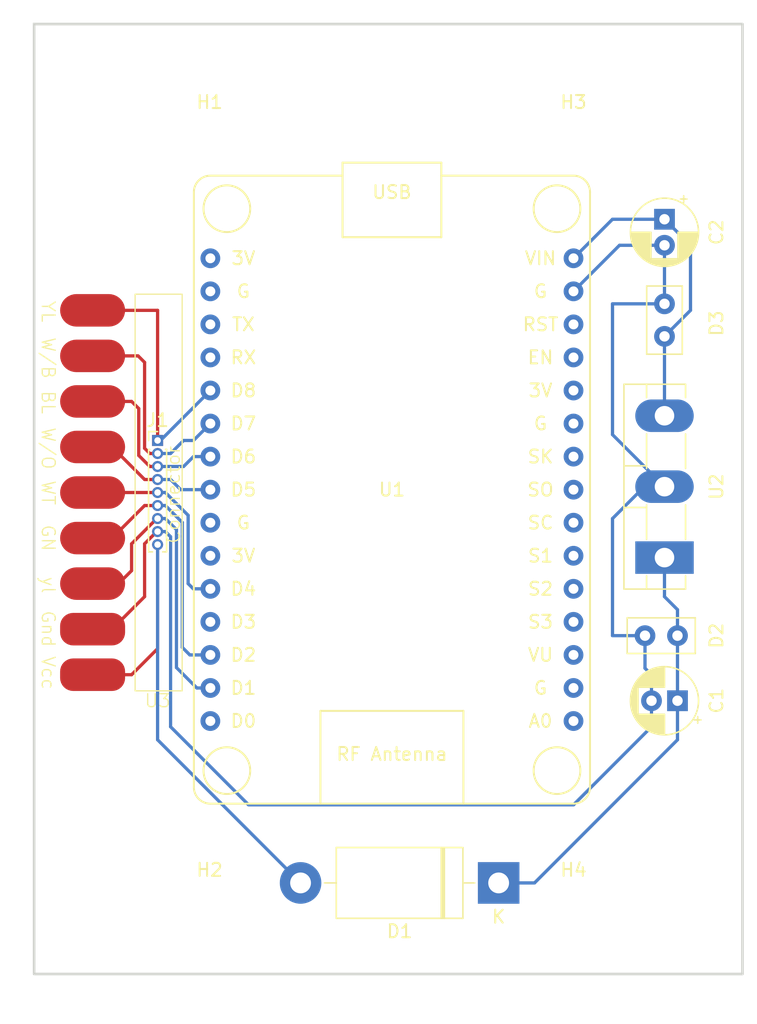
<source format=kicad_pcb>
(kicad_pcb (version 20221018) (generator pcbnew)
  (layers (0 "F.Cu" signal) (31 "B.Cu" signal) (34 "B.Paste" user) (35 "F.Paste" user) (36 "B.SilkS" user "B.Silkscreen") (37 "F.SilkS" user "F.Silkscreen") (38 "B.Mask" user) (39 "F.Mask" user) (44 "Edge.Cuts" user))
  (net 0 "")
  (net 1 "D8-Yellow")
  (net 2 "D6-Blue")
  (net 3 "StereoOut")
  (net 4 "VinCar")
  (net 5 "D5-White{slash}Orange")
  (net 6 "D4-White")
  (net 7 "Gnd")
  (net 8 "D2Green")
  (net 9 "D7-WhiteBrown")
  (footprint "MountingHole:MountingHole_5.5mm" (layer "F.Cu") (at 129 48)
    (fp_text reference "H1" (at 7 0) (layer "F.SilkS"))
    (fp_text value "MountingHole")
    (pad "" np_thru_hole circle (at 0 0) (size 5.5 5.5) (drill 5.5) (layers "B.Cu" "B.Mask"))
  )
  (footprint "MountingHole:MountingHole_5.5mm" (layer "F.Cu") (at 171 107)
    (fp_text reference "H4" (at -7 0) (layer "F.SilkS"))
    (fp_text value "MountingHole")
    (pad "" np_thru_hole circle (at 0 0) (size 5.5 5.5) (drill 5.5) (layers "B.Cu" "B.Mask"))
  )
  (footprint "Capacitor_THT:CP_Radial_D5.0mm_P2.00mm" (layer "F.Cu") (at 171 57 -90)
    (fp_text reference "C2" (at 1 -4 90) (layer "F.SilkS"))
    (fp_text value "C_Polarized")
    (fp_line (start -1.804775 -1.475) (end -1.304775 -1.475) (stroke (width 0.12)) (layer "F.SilkS"))
    (fp_line (start -1.554775 -1.725) (end -1.554775 -1.225) (stroke (width 0.12)) (layer "F.SilkS"))
    (fp_line (start 1 -2.58) (end 1 -1.04) (stroke (width 0.12)) (layer "F.SilkS"))
    (fp_line (start 1 1.04) (end 1 2.58) (stroke (width 0.12)) (layer "F.SilkS"))
    (fp_line (start 1.04 -2.58) (end 1.04 -1.04) (stroke (width 0.12)) (layer "F.SilkS"))
    (fp_line (start 1.04 1.04) (end 1.04 2.58) (stroke (width 0.12)) (layer "F.SilkS"))
    (fp_line (start 1.08 -2.579) (end 1.08 -1.04) (stroke (width 0.12)) (layer "F.SilkS"))
    (fp_line (start 1.08 1.04) (end 1.08 2.579) (stroke (width 0.12)) (layer "F.SilkS"))
    (fp_line (start 1.12 -2.578) (end 1.12 -1.04) (stroke (width 0.12)) (layer "F.SilkS"))
    (fp_line (start 1.12 1.04) (end 1.12 2.578) (stroke (width 0.12)) (layer "F.SilkS"))
    (fp_line (start 1.16 -2.576) (end 1.16 -1.04) (stroke (width 0.12)) (layer "F.SilkS"))
    (fp_line (start 1.16 1.04) (end 1.16 2.576) (stroke (width 0.12)) (layer "F.SilkS"))
    (fp_line (start 1.2 -2.573) (end 1.2 -1.04) (stroke (width 0.12)) (layer "F.SilkS"))
    (fp_line (start 1.2 1.04) (end 1.2 2.573) (stroke (width 0.12)) (layer "F.SilkS"))
    (fp_line (start 1.24 -2.569) (end 1.24 -1.04) (stroke (width 0.12)) (layer "F.SilkS"))
    (fp_line (start 1.24 1.04) (end 1.24 2.569) (stroke (width 0.12)) (layer "F.SilkS"))
    (fp_line (start 1.28 -2.565) (end 1.28 -1.04) (stroke (width 0.12)) (layer "F.SilkS"))
    (fp_line (start 1.28 1.04) (end 1.28 2.565) (stroke (width 0.12)) (layer "F.SilkS"))
    (fp_line (start 1.32 -2.561) (end 1.32 -1.04) (stroke (width 0.12)) (layer "F.SilkS"))
    (fp_line (start 1.32 1.04) (end 1.32 2.561) (stroke (width 0.12)) (layer "F.SilkS"))
    (fp_line (start 1.36 -2.556) (end 1.36 -1.04) (stroke (width 0.12)) (layer "F.SilkS"))
    (fp_line (start 1.36 1.04) (end 1.36 2.556) (stroke (width 0.12)) (layer "F.SilkS"))
    (fp_line (start 1.4 -2.55) (end 1.4 -1.04) (stroke (width 0.12)) (layer "F.SilkS"))
    (fp_line (start 1.4 1.04) (end 1.4 2.55) (stroke (width 0.12)) (layer "F.SilkS"))
    (fp_line (start 1.44 -2.543) (end 1.44 -1.04) (stroke (width 0.12)) (layer "F.SilkS"))
    (fp_line (start 1.44 1.04) (end 1.44 2.543) (stroke (width 0.12)) (layer "F.SilkS"))
    (fp_line (start 1.48 -2.536) (end 1.48 -1.04) (stroke (width 0.12)) (layer "F.SilkS"))
    (fp_line (start 1.48 1.04) (end 1.48 2.536) (stroke (width 0.12)) (layer "F.SilkS"))
    (fp_line (start 1.52 -2.528) (end 1.52 -1.04) (stroke (width 0.12)) (layer "F.SilkS"))
    (fp_line (start 1.52 1.04) (end 1.52 2.528) (stroke (width 0.12)) (layer "F.SilkS"))
    (fp_line (start 1.56 -2.52) (end 1.56 -1.04) (stroke (width 0.12)) (layer "F.SilkS"))
    (fp_line (start 1.56 1.04) (end 1.56 2.52) (stroke (width 0.12)) (layer "F.SilkS"))
    (fp_line (start 1.6 -2.511) (end 1.6 -1.04) (stroke (width 0.12)) (layer "F.SilkS"))
    (fp_line (start 1.6 1.04) (end 1.6 2.511) (stroke (width 0.12)) (layer "F.SilkS"))
    (fp_line (start 1.64 -2.501) (end 1.64 -1.04) (stroke (width 0.12)) (layer "F.SilkS"))
    (fp_line (start 1.64 1.04) (end 1.64 2.501) (stroke (width 0.12)) (layer "F.SilkS"))
    (fp_line (start 1.68 -2.491) (end 1.68 -1.04) (stroke (width 0.12)) (layer "F.SilkS"))
    (fp_line (start 1.68 1.04) (end 1.68 2.491) (stroke (width 0.12)) (layer "F.SilkS"))
    (fp_line (start 1.721 -2.48) (end 1.721 -1.04) (stroke (width 0.12)) (layer "F.SilkS"))
    (fp_line (start 1.721 1.04) (end 1.721 2.48) (stroke (width 0.12)) (layer "F.SilkS"))
    (fp_line (start 1.761 -2.468) (end 1.761 -1.04) (stroke (width 0.12)) (layer "F.SilkS"))
    (fp_line (start 1.761 1.04) (end 1.761 2.468) (stroke (width 0.12)) (layer "F.SilkS"))
    (fp_line (start 1.801 -2.455) (end 1.801 -1.04) (stroke (width 0.12)) (layer "F.SilkS"))
    (fp_line (start 1.801 1.04) (end 1.801 2.455) (stroke (width 0.12)) (layer "F.SilkS"))
    (fp_line (start 1.841 -2.442) (end 1.841 -1.04) (stroke (width 0.12)) (layer "F.SilkS"))
    (fp_line (start 1.841 1.04) (end 1.841 2.442) (stroke (width 0.12)) (layer "F.SilkS"))
    (fp_line (start 1.881 -2.428) (end 1.881 -1.04) (stroke (width 0.12)) (layer "F.SilkS"))
    (fp_line (start 1.881 1.04) (end 1.881 2.428) (stroke (width 0.12)) (layer "F.SilkS"))
    (fp_line (start 1.921 -2.414) (end 1.921 -1.04) (stroke (width 0.12)) (layer "F.SilkS"))
    (fp_line (start 1.921 1.04) (end 1.921 2.414) (stroke (width 0.12)) (layer "F.SilkS"))
    (fp_line (start 1.961 -2.398) (end 1.961 -1.04) (stroke (width 0.12)) (layer "F.SilkS"))
    (fp_line (start 1.961 1.04) (end 1.961 2.398) (stroke (width 0.12)) (layer "F.SilkS"))
    (fp_line (start 2.001 -2.382) (end 2.001 -1.04) (stroke (width 0.12)) (layer "F.SilkS"))
    (fp_line (start 2.001 1.04) (end 2.001 2.382) (stroke (width 0.12)) (layer "F.SilkS"))
    (fp_line (start 2.041 -2.365) (end 2.041 -1.04) (stroke (width 0.12)) (layer "F.SilkS"))
    (fp_line (start 2.041 1.04) (end 2.041 2.365) (stroke (width 0.12)) (layer "F.SilkS"))
    (fp_line (start 2.081 -2.348) (end 2.081 -1.04) (stroke (width 0.12)) (layer "F.SilkS"))
    (fp_line (start 2.081 1.04) (end 2.081 2.348) (stroke (width 0.12)) (layer "F.SilkS"))
    (fp_line (start 2.121 -2.329) (end 2.121 -1.04) (stroke (width 0.12)) (layer "F.SilkS"))
    (fp_line (start 2.121 1.04) (end 2.121 2.329) (stroke (width 0.12)) (layer "F.SilkS"))
    (fp_line (start 2.161 -2.31) (end 2.161 -1.04) (stroke (width 0.12)) (layer "F.SilkS"))
    (fp_line (start 2.161 1.04) (end 2.161 2.31) (stroke (width 0.12)) (layer "F.SilkS"))
    (fp_line (start 2.201 -2.29) (end 2.201 -1.04) (stroke (width 0.12)) (layer "F.SilkS"))
    (fp_line (start 2.201 1.04) (end 2.201 2.29) (stroke (width 0.12)) (layer "F.SilkS"))
    (fp_line (start 2.241 -2.268) (end 2.241 -1.04) (stroke (width 0.12)) (layer "F.SilkS"))
    (fp_line (start 2.241 1.04) (end 2.241 2.268) (stroke (width 0.12)) (layer "F.SilkS"))
    (fp_line (start 2.281 -2.247) (end 2.281 -1.04) (stroke (width 0.12)) (layer "F.SilkS"))
    (fp_line (start 2.281 1.04) (end 2.281 2.247) (stroke (width 0.12)) (layer "F.SilkS"))
    (fp_line (start 2.321 -2.224) (end 2.321 -1.04) (stroke (width 0.12)) (layer "F.SilkS"))
    (fp_line (start 2.321 1.04) (end 2.321 2.224) (stroke (width 0.12)) (layer "F.SilkS"))
    (fp_line (start 2.361 -2.2) (end 2.361 -1.04) (stroke (width 0.12)) (layer "F.SilkS"))
    (fp_line (start 2.361 1.04) (end 2.361 2.2) (stroke (width 0.12)) (layer "F.SilkS"))
    (fp_line (start 2.401 -2.175) (end 2.401 -1.04) (stroke (width 0.12)) (layer "F.SilkS"))
    (fp_line (start 2.401 1.04) (end 2.401 2.175) (stroke (width 0.12)) (layer "F.SilkS"))
    (fp_line (start 2.441 -2.149) (end 2.441 -1.04) (stroke (width 0.12)) (layer "F.SilkS"))
    (fp_line (start 2.441 1.04) (end 2.441 2.149) (stroke (width 0.12)) (layer "F.SilkS"))
    (fp_line (start 2.481 -2.122) (end 2.481 -1.04) (stroke (width 0.12)) (layer "F.SilkS"))
    (fp_line (start 2.481 1.04) (end 2.481 2.122) (stroke (width 0.12)) (layer "F.SilkS"))
    (fp_line (start 2.521 -2.095) (end 2.521 -1.04) (stroke (width 0.12)) (layer "F.SilkS"))
    (fp_line (start 2.521 1.04) (end 2.521 2.095) (stroke (width 0.12)) (layer "F.SilkS"))
    (fp_line (start 2.561 -2.065) (end 2.561 -1.04) (stroke (width 0.12)) (layer "F.SilkS"))
    (fp_line (start 2.561 1.04) (end 2.561 2.065) (stroke (width 0.12)) (layer "F.SilkS"))
    (fp_line (start 2.601 -2.035) (end 2.601 -1.04) (stroke (width 0.12)) (layer "F.SilkS"))
    (fp_line (start 2.601 1.04) (end 2.601 2.035) (stroke (width 0.12)) (layer "F.SilkS"))
    (fp_line (start 2.641 -2.004) (end 2.641 -1.04) (stroke (width 0.12)) (layer "F.SilkS"))
    (fp_line (start 2.641 1.04) (end 2.641 2.004) (stroke (width 0.12)) (layer "F.SilkS"))
    (fp_line (start 2.681 -1.971) (end 2.681 -1.04) (stroke (width 0.12)) (layer "F.SilkS"))
    (fp_line (start 2.681 1.04) (end 2.681 1.971) (stroke (width 0.12)) (layer "F.SilkS"))
    (fp_line (start 2.721 -1.937) (end 2.721 -1.04) (stroke (width 0.12)) (layer "F.SilkS"))
    (fp_line (start 2.721 1.04) (end 2.721 1.937) (stroke (width 0.12)) (layer "F.SilkS"))
    (fp_line (start 2.761 -1.901) (end 2.761 -1.04) (stroke (width 0.12)) (layer "F.SilkS"))
    (fp_line (start 2.761 1.04) (end 2.761 1.901) (stroke (width 0.12)) (layer "F.SilkS"))
    (fp_line (start 2.801 -1.864) (end 2.801 -1.04) (stroke (width 0.12)) (layer "F.SilkS"))
    (fp_line (start 2.801 1.04) (end 2.801 1.864) (stroke (width 0.12)) (layer "F.SilkS"))
    (fp_line (start 2.841 -1.826) (end 2.841 -1.04) (stroke (width 0.12)) (layer "F.SilkS"))
    (fp_line (start 2.841 1.04) (end 2.841 1.826) (stroke (width 0.12)) (layer "F.SilkS"))
    (fp_line (start 2.881 -1.785) (end 2.881 -1.04) (stroke (width 0.12)) (layer "F.SilkS"))
    (fp_line (start 2.881 1.04) (end 2.881 1.785) (stroke (width 0.12)) (layer "F.SilkS"))
    (fp_line (start 2.921 -1.743) (end 2.921 -1.04) (stroke (width 0.12)) (layer "F.SilkS"))
    (fp_line (start 2.921 1.04) (end 2.921 1.743) (stroke (width 0.12)) (layer "F.SilkS"))
    (fp_line (start 2.961 -1.699) (end 2.961 -1.04) (stroke (width 0.12)) (layer "F.SilkS"))
    (fp_line (start 2.961 1.04) (end 2.961 1.699) (stroke (width 0.12)) (layer "F.SilkS"))
    (fp_line (start 3.001 -1.653) (end 3.001 -1.04) (stroke (width 0.12)) (layer "F.SilkS"))
    (fp_line (start 3.001 1.04) (end 3.001 1.653) (stroke (width 0.12)) (layer "F.SilkS"))
    (fp_line (start 3.041 -1.605) (end 3.041 1.605) (stroke (width 0.12)) (layer "F.SilkS"))
    (fp_line (start 3.081 -1.554) (end 3.081 1.554) (stroke (width 0.12)) (layer "F.SilkS"))
    (fp_line (start 3.121 -1.5) (end 3.121 1.5) (stroke (width 0.12)) (layer "F.SilkS"))
    (fp_line (start 3.161 -1.443) (end 3.161 1.443) (stroke (width 0.12)) (layer "F.SilkS"))
    (fp_line (start 3.201 -1.383) (end 3.201 1.383) (stroke (width 0.12)) (layer "F.SilkS"))
    (fp_line (start 3.241 -1.319) (end 3.241 1.319) (stroke (width 0.12)) (layer "F.SilkS"))
    (fp_line (start 3.281 -1.251) (end 3.281 1.251) (stroke (width 0.12)) (layer "F.SilkS"))
    (fp_line (start 3.321 -1.178) (end 3.321 1.178) (stroke (width 0.12)) (layer "F.SilkS"))
    (fp_line (start 3.361 -1.098) (end 3.361 1.098) (stroke (width 0.12)) (layer "F.SilkS"))
    (fp_line (start 3.401 -1.011) (end 3.401 1.011) (stroke (width 0.12)) (layer "F.SilkS"))
    (fp_line (start 3.441 -0.915) (end 3.441 0.915) (stroke (width 0.12)) (layer "F.SilkS"))
    (fp_line (start 3.481 -0.805) (end 3.481 0.805) (stroke (width 0.12)) (layer "F.SilkS"))
    (fp_line (start 3.521 -0.677) (end 3.521 0.677) (stroke (width 0.12)) (layer "F.SilkS"))
    (fp_line (start 3.561 -0.518) (end 3.561 0.518) (stroke (width 0.12)) (layer "F.SilkS"))
    (fp_line (start 3.601 -0.284) (end 3.601 0.284) (stroke (width 0.12)) (layer "F.SilkS"))
    (fp_circle (center 1 0) (end 3.62 0) (stroke (width 0.12)) (fill none) (layer "F.SilkS"))
    (pad "" np_thru_hole rect (at 0 0 270) (size 1.6 1.6) (drill 0.8) (layers "B.Cu" "B.Mask"))
    (pad "" np_thru_hole circle (at 2 0 270) (size 1.6 1.6) (drill 0.8) (layers "B.Cu" "B.Mask"))
  )
  (footprint "Diode_THT:D_DO-201AD_P15.24mm_Horizontal" (layer "F.Cu") (at 158.24 108 180)
    (fp_text reference "D1" (at 7.62 -3.72) (layer "F.SilkS"))
    (fp_text value "1N5408")
    (fp_text user "K" (at 0 -2.6) (layer "F.SilkS"))
    (fp_line (start 1.84 0) (end 2.75 0) (stroke (width 0.12)) (layer "F.SilkS"))
    (fp_line (start 2.75 -2.72) (end 2.75 2.72) (stroke (width 0.12)) (layer "F.SilkS"))
    (fp_line (start 2.75 2.72) (end 12.49 2.72) (stroke (width 0.12)) (layer "F.SilkS"))
    (fp_line (start 4.175 -2.72) (end 4.175 2.72) (stroke (width 0.12)) (layer "F.SilkS"))
    (fp_line (start 4.295 -2.72) (end 4.295 2.72) (stroke (width 0.12)) (layer "F.SilkS"))
    (fp_line (start 4.415 -2.72) (end 4.415 2.72) (stroke (width 0.12)) (layer "F.SilkS"))
    (fp_line (start 12.49 -2.72) (end 2.75 -2.72) (stroke (width 0.12)) (layer "F.SilkS"))
    (fp_line (start 12.49 2.72) (end 12.49 -2.72) (stroke (width 0.12)) (layer "F.SilkS"))
    (fp_line (start 13.4 0) (end 12.49 0) (stroke (width 0.12)) (layer "F.SilkS"))
    (pad "" np_thru_hole rect (at 0 0 180) (size 3.2 3.2) (drill 1.6) (layers "B.Cu" "B.Mask"))
    (pad "" np_thru_hole oval (at 15.24 0 180) (size 3.2 3.2) (drill 1.6) (layers "B.Cu" "B.Mask"))
  )
  (footprint "Connector_PinHeader_1.00mm:PinHeader_1x09_P1.00mm_Vertical" (layer "F.Cu") (at 132 74)
    (fp_text reference "J1" (at 0 -1.56) (layer "F.SilkS"))
    (fp_text value "Conn_01x09_Socket")
    (fp_line (start -0.695 -0.685) (end 0 -0.685) (stroke (width 0.12)) (layer "F.SilkS"))
    (fp_line (start -0.695 0) (end -0.695 -0.685) (stroke (width 0.12)) (layer "F.SilkS"))
    (fp_line (start -0.695 0.685) (end -0.695 8.56) (stroke (width 0.12)) (layer "F.SilkS"))
    (fp_line (start -0.695 0.685) (end -0.608276 0.685) (stroke (width 0.12)) (layer "F.SilkS"))
    (fp_line (start -0.695 8.56) (end -0.394493 8.56) (stroke (width 0.12)) (layer "F.SilkS"))
    (fp_line (start 0.394493 8.56) (end 0.695 8.56) (stroke (width 0.12)) (layer "F.SilkS"))
    (fp_line (start 0.608276 0.685) (end 0.695 0.685) (stroke (width 0.12)) (layer "F.SilkS"))
    (fp_line (start 0.695 0.685) (end 0.695 8.56) (stroke (width 0.12)) (layer "F.SilkS"))
    (pad "1" thru_hole rect (at 0 0) (size 0.85 0.85) (drill 0.5) (layers "*.Cu" "*.Mask") (net 1 "D8-Yellow"))
    (pad "2" thru_hole oval (at 0 1) (size 0.85 0.85) (drill 0.5) (layers "*.Cu" "*.Mask") (net 9 "D7-WhiteBrown"))
    (pad "3" thru_hole oval (at 0 2) (size 0.85 0.85) (drill 0.5) (layers "*.Cu" "*.Mask") (net 2 "D6-Blue"))
    (pad "4" thru_hole oval (at 0 3) (size 0.85 0.85) (drill 0.5) (layers "*.Cu" "*.Mask") (net 5 "D5-White{slash}Orange"))
    (pad "5" thru_hole oval (at 0 4) (size 0.85 0.85) (drill 0.5) (layers "*.Cu" "*.Mask") (net 6 "D4-White"))
    (pad "6" thru_hole oval (at 0 5) (size 0.85 0.85) (drill 0.5) (layers "*.Cu" "*.Mask") (net 8 "D2Green"))
    (pad "7" thru_hole oval (at 0 6) (size 0.85 0.85) (drill 0.5) (layers "*.Cu" "*.Mask") (net 3 "StereoOut"))
    (pad "8" thru_hole oval (at 0 7) (size 0.85 0.85) (drill 0.5) (layers "*.Cu" "*.Mask") (net 7 "Gnd"))
    (pad "9" thru_hole oval (at 0 8) (size 0.85 0.85) (drill 0.5) (layers "*.Cu" "*.Mask") (net 4 "VinCar"))
  )
  (footprint "1_Twingo_Timon_Control_Connector:Twingo_Timon_Control_Connector" (layer "F.Cu") (at 127 78)
    (fp_text reference "U3" (at 5 16 unlocked) (layer "F.SilkS") (effects (font (thickness 0.1))))
    (fp_text value "~" hide)
    (fp_text user "Vcc" (at -4 12.5 270 unlocked) (layer "F.SilkS") (effects (font (thickness 0.1)) (justify left bottom)))
    (fp_text user "yl" (at -4 6.4 270 unlocked) (layer "F.SilkS") (effects (font (thickness 0.1)) (justify left bottom)))
    (fp_text user "Connector" (at 6.8 4 90 unlocked) (layer "F.SilkS") (effects (font (thickness 0.1)) (justify left bottom)))
    (fp_text user "YL" (at -4 -14.8 270 unlocked) (layer "F.SilkS") (effects (font (thickness 0.1)) (justify left bottom)))
    (fp_text user "Gnd" (at -4 9 270 unlocked) (layer "F.SilkS") (effects (font (thickness 0.1)) (justify left bottom)))
    (fp_text user "W/O" (at -4 -5.08 270 unlocked) (layer "F.SilkS") (effects (font (thickness 0.1)) (justify left bottom)))
    (fp_text user "WT" (at -4 -1 270 unlocked) (layer "F.SilkS") (effects (font (thickness 0.1)) (justify left bottom)))
    (fp_text user "GN" (at -4 2.4 270 unlocked) (layer "F.SilkS") (effects (font (thickness 0.1)) (justify left bottom)))
    (fp_text user "W/B" (at -4 -12 270 unlocked) (layer "F.SilkS") (effects (font (thickness 0.1)) (justify left bottom)))
    (fp_text user "BL" (at -4 -7.9 270 unlocked) (layer "F.SilkS") (effects (font (thickness 0.1)) (justify left bottom)))
    (fp_rect (start 3.27 -15.24) (end 6.89 15.24) (stroke (width 0.1)) (fill none) (layer "F.SilkS"))
    (pad "1" smd roundrect (at 0 -14) (size 5 2.5) (layers "F.Cu" "F.Paste" "F.Mask") (roundrect_rratio 0.5) (net 1 "D8-Yellow"))
    (pad "2" smd roundrect (at 0 -10.5) (size 5 2.5) (layers "F.Cu" "F.Paste" "F.Mask") (roundrect_rratio 0.5) (net 9 "D7-WhiteBrown"))
    (pad "3" smd roundrect (at 0 -7) (size 5 2.5) (layers "F.Cu" "F.Paste" "F.Mask") (roundrect_rratio 0.5) (net 2 "D6-Blue"))
    (pad "4" smd roundrect (at 0 -3.5) (size 5 2.5) (layers "F.Cu" "F.Paste" "F.Mask") (roundrect_rratio 0.5) (net 5 "D5-White{slash}Orange"))
    (pad "5" smd roundrect (at 0 0) (size 5 2.5) (layers "F.Cu" "F.Paste" "F.Mask") (roundrect_rratio 0.5) (net 6 "D4-White"))
    (pad "6" smd roundrect (at 0 3.5) (size 5 2.5) (layers "F.Cu" "F.Paste" "F.Mask") (roundrect_rratio 0.5) (net 8 "D2Green"))
    (pad "7" smd roundrect (at 0 7) (size 5 2.5) (layers "F.Cu" "F.Paste" "F.Mask") (roundrect_rratio 0.5) (net 3 "StereoOut"))
    (pad "8" smd roundrect (at 0 10.5) (size 5 2.5) (layers "F.Cu" "F.Paste" "F.Mask") (roundrect_rratio 0.4) (net 7 "Gnd"))
    (pad "9" smd roundrect (at 0 14) (size 5 2.5) (layers "F.Cu" "F.Paste" "F.Mask") (roundrect_rratio 0.4) (net 4 "VinCar"))
  )
  (footprint "MountingHole:MountingHole_5.5mm" (layer "F.Cu") (at 171 48)
    (fp_text reference "H3" (at -7 0) (layer "F.SilkS"))
    (fp_text value "MountingHole")
    (pad "" np_thru_hole circle (at 0 0) (size 5.5 5.5) (drill 5.5) (layers "B.Cu" "B.Mask"))
  )
  (footprint "Capacitor_THT:C_Disc_D5.0mm_W2.5mm_P2.50mm" (layer "F.Cu") (at 171 66 90)
    (fp_text reference "D3" (at 1 4 90) (layer "F.SilkS"))
    (fp_text value "cap1")
    (fp_line (start -1.37 -1.37) (end -1.37 1.37) (stroke (width 0.12)) (layer "F.SilkS"))
    (fp_line (start -1.37 -1.37) (end 3.87 -1.37) (stroke (width 0.12)) (layer "F.SilkS"))
    (fp_line (start -1.37 1.37) (end 3.87 1.37) (stroke (width 0.12)) (layer "F.SilkS"))
    (fp_line (start 3.87 -1.37) (end 3.87 1.37) (stroke (width 0.12)) (layer "F.SilkS"))
    (pad "" np_thru_hole circle (at 0 0 90) (size 1.6 1.6) (drill 0.8) (layers "B.Cu" "B.Mask"))
    (pad "" np_thru_hole circle (at 2.5 0 90) (size 1.6 1.6) (drill 0.8) (layers "B.Cu" "B.Mask"))
  )
  (footprint "Capacitor_THT:CP_Radial_D5.0mm_P2.00mm" (layer "F.Cu") (at 172 94 180)
    (fp_text reference "C1" (at -3 0 90) (layer "F.SilkS"))
    (fp_text value "Cap2")
    (fp_line (start -1.804775 -1.475) (end -1.304775 -1.475) (stroke (width 0.12)) (layer "F.SilkS"))
    (fp_line (start -1.554775 -1.725) (end -1.554775 -1.225) (stroke (width 0.12)) (layer "F.SilkS"))
    (fp_line (start 1 -2.58) (end 1 -1.04) (stroke (width 0.12)) (layer "F.SilkS"))
    (fp_line (start 1 1.04) (end 1 2.58) (stroke (width 0.12)) (layer "F.SilkS"))
    (fp_line (start 1.04 -2.58) (end 1.04 -1.04) (stroke (width 0.12)) (layer "F.SilkS"))
    (fp_line (start 1.04 1.04) (end 1.04 2.58) (stroke (width 0.12)) (layer "F.SilkS"))
    (fp_line (start 1.08 -2.579) (end 1.08 -1.04) (stroke (width 0.12)) (layer "F.SilkS"))
    (fp_line (start 1.08 1.04) (end 1.08 2.579) (stroke (width 0.12)) (layer "F.SilkS"))
    (fp_line (start 1.12 -2.578) (end 1.12 -1.04) (stroke (width 0.12)) (layer "F.SilkS"))
    (fp_line (start 1.12 1.04) (end 1.12 2.578) (stroke (width 0.12)) (layer "F.SilkS"))
    (fp_line (start 1.16 -2.576) (end 1.16 -1.04) (stroke (width 0.12)) (layer "F.SilkS"))
    (fp_line (start 1.16 1.04) (end 1.16 2.576) (stroke (width 0.12)) (layer "F.SilkS"))
    (fp_line (start 1.2 -2.573) (end 1.2 -1.04) (stroke (width 0.12)) (layer "F.SilkS"))
    (fp_line (start 1.2 1.04) (end 1.2 2.573) (stroke (width 0.12)) (layer "F.SilkS"))
    (fp_line (start 1.24 -2.569) (end 1.24 -1.04) (stroke (width 0.12)) (layer "F.SilkS"))
    (fp_line (start 1.24 1.04) (end 1.24 2.569) (stroke (width 0.12)) (layer "F.SilkS"))
    (fp_line (start 1.28 -2.565) (end 1.28 -1.04) (stroke (width 0.12)) (layer "F.SilkS"))
    (fp_line (start 1.28 1.04) (end 1.28 2.565) (stroke (width 0.12)) (layer "F.SilkS"))
    (fp_line (start 1.32 -2.561) (end 1.32 -1.04) (stroke (width 0.12)) (layer "F.SilkS"))
    (fp_line (start 1.32 1.04) (end 1.32 2.561) (stroke (width 0.12)) (layer "F.SilkS"))
    (fp_line (start 1.36 -2.556) (end 1.36 -1.04) (stroke (width 0.12)) (layer "F.SilkS"))
    (fp_line (start 1.36 1.04) (end 1.36 2.556) (stroke (width 0.12)) (layer "F.SilkS"))
    (fp_line (start 1.4 -2.55) (end 1.4 -1.04) (stroke (width 0.12)) (layer "F.SilkS"))
    (fp_line (start 1.4 1.04) (end 1.4 2.55) (stroke (width 0.12)) (layer "F.SilkS"))
    (fp_line (start 1.44 -2.543) (end 1.44 -1.04) (stroke (width 0.12)) (layer "F.SilkS"))
    (fp_line (start 1.44 1.04) (end 1.44 2.543) (stroke (width 0.12)) (layer "F.SilkS"))
    (fp_line (start 1.48 -2.536) (end 1.48 -1.04) (stroke (width 0.12)) (layer "F.SilkS"))
    (fp_line (start 1.48 1.04) (end 1.48 2.536) (stroke (width 0.12)) (layer "F.SilkS"))
    (fp_line (start 1.52 -2.528) (end 1.52 -1.04) (stroke (width 0.12)) (layer "F.SilkS"))
    (fp_line (start 1.52 1.04) (end 1.52 2.528) (stroke (width 0.12)) (layer "F.SilkS"))
    (fp_line (start 1.56 -2.52) (end 1.56 -1.04) (stroke (width 0.12)) (layer "F.SilkS"))
    (fp_line (start 1.56 1.04) (end 1.56 2.52) (stroke (width 0.12)) (layer "F.SilkS"))
    (fp_line (start 1.6 -2.511) (end 1.6 -1.04) (stroke (width 0.12)) (layer "F.SilkS"))
    (fp_line (start 1.6 1.04) (end 1.6 2.511) (stroke (width 0.12)) (layer "F.SilkS"))
    (fp_line (start 1.64 -2.501) (end 1.64 -1.04) (stroke (width 0.12)) (layer "F.SilkS"))
    (fp_line (start 1.64 1.04) (end 1.64 2.501) (stroke (width 0.12)) (layer "F.SilkS"))
    (fp_line (start 1.68 -2.491) (end 1.68 -1.04) (stroke (width 0.12)) (layer "F.SilkS"))
    (fp_line (start 1.68 1.04) (end 1.68 2.491) (stroke (width 0.12)) (layer "F.SilkS"))
    (fp_line (start 1.721 -2.48) (end 1.721 -1.04) (stroke (width 0.12)) (layer "F.SilkS"))
    (fp_line (start 1.721 1.04) (end 1.721 2.48) (stroke (width 0.12)) (layer "F.SilkS"))
    (fp_line (start 1.761 -2.468) (end 1.761 -1.04) (stroke (width 0.12)) (layer "F.SilkS"))
    (fp_line (start 1.761 1.04) (end 1.761 2.468) (stroke (width 0.12)) (layer "F.SilkS"))
    (fp_line (start 1.801 -2.455) (end 1.801 -1.04) (stroke (width 0.12)) (layer "F.SilkS"))
    (fp_line (start 1.801 1.04) (end 1.801 2.455) (stroke (width 0.12)) (layer "F.SilkS"))
    (fp_line (start 1.841 -2.442) (end 1.841 -1.04) (stroke (width 0.12)) (layer "F.SilkS"))
    (fp_line (start 1.841 1.04) (end 1.841 2.442) (stroke (width 0.12)) (layer "F.SilkS"))
    (fp_line (start 1.881 -2.428) (end 1.881 -1.04) (stroke (width 0.12)) (layer "F.SilkS"))
    (fp_line (start 1.881 1.04) (end 1.881 2.428) (stroke (width 0.12)) (layer "F.SilkS"))
    (fp_line (start 1.921 -2.414) (end 1.921 -1.04) (stroke (width 0.12)) (layer "F.SilkS"))
    (fp_line (start 1.921 1.04) (end 1.921 2.414) (stroke (width 0.12)) (layer "F.SilkS"))
    (fp_line (start 1.961 -2.398) (end 1.961 -1.04) (stroke (width 0.12)) (layer "F.SilkS"))
    (fp_line (start 1.961 1.04) (end 1.961 2.398) (stroke (width 0.12)) (layer "F.SilkS"))
    (fp_line (start 2.001 -2.382) (end 2.001 -1.04) (stroke (width 0.12)) (layer "F.SilkS"))
    (fp_line (start 2.001 1.04) (end 2.001 2.382) (stroke (width 0.12)) (layer "F.SilkS"))
    (fp_line (start 2.041 -2.365) (end 2.041 -1.04) (stroke (width 0.12)) (layer "F.SilkS"))
    (fp_line (start 2.041 1.04) (end 2.041 2.365) (stroke (width 0.12)) (layer "F.SilkS"))
    (fp_line (start 2.081 -2.348) (end 2.081 -1.04) (stroke (width 0.12)) (layer "F.SilkS"))
    (fp_line (start 2.081 1.04) (end 2.081 2.348) (stroke (width 0.12)) (layer "F.SilkS"))
    (fp_line (start 2.121 -2.329) (end 2.121 -1.04) (stroke (width 0.12)) (layer "F.SilkS"))
    (fp_line (start 2.121 1.04) (end 2.121 2.329) (stroke (width 0.12)) (layer "F.SilkS"))
    (fp_line (start 2.161 -2.31) (end 2.161 -1.04) (stroke (width 0.12)) (layer "F.SilkS"))
    (fp_line (start 2.161 1.04) (end 2.161 2.31) (stroke (width 0.12)) (layer "F.SilkS"))
    (fp_line (start 2.201 -2.29) (end 2.201 -1.04) (stroke (width 0.12)) (layer "F.SilkS"))
    (fp_line (start 2.201 1.04) (end 2.201 2.29) (stroke (width 0.12)) (layer "F.SilkS"))
    (fp_line (start 2.241 -2.268) (end 2.241 -1.04) (stroke (width 0.12)) (layer "F.SilkS"))
    (fp_line (start 2.241 1.04) (end 2.241 2.268) (stroke (width 0.12)) (layer "F.SilkS"))
    (fp_line (start 2.281 -2.247) (end 2.281 -1.04) (stroke (width 0.12)) (layer "F.SilkS"))
    (fp_line (start 2.281 1.04) (end 2.281 2.247) (stroke (width 0.12)) (layer "F.SilkS"))
    (fp_line (start 2.321 -2.224) (end 2.321 -1.04) (stroke (width 0.12)) (layer "F.SilkS"))
    (fp_line (start 2.321 1.04) (end 2.321 2.224) (stroke (width 0.12)) (layer "F.SilkS"))
    (fp_line (start 2.361 -2.2) (end 2.361 -1.04) (stroke (width 0.12)) (layer "F.SilkS"))
    (fp_line (start 2.361 1.04) (end 2.361 2.2) (stroke (width 0.12)) (layer "F.SilkS"))
    (fp_line (start 2.401 -2.175) (end 2.401 -1.04) (stroke (width 0.12)) (layer "F.SilkS"))
    (fp_line (start 2.401 1.04) (end 2.401 2.175) (stroke (width 0.12)) (layer "F.SilkS"))
    (fp_line (start 2.441 -2.149) (end 2.441 -1.04) (stroke (width 0.12)) (layer "F.SilkS"))
    (fp_line (start 2.441 1.04) (end 2.441 2.149) (stroke (width 0.12)) (layer "F.SilkS"))
    (fp_line (start 2.481 -2.122) (end 2.481 -1.04) (stroke (width 0.12)) (layer "F.SilkS"))
    (fp_line (start 2.481 1.04) (end 2.481 2.122) (stroke (width 0.12)) (layer "F.SilkS"))
    (fp_line (start 2.521 -2.095) (end 2.521 -1.04) (stroke (width 0.12)) (layer "F.SilkS"))
    (fp_line (start 2.521 1.04) (end 2.521 2.095) (stroke (width 0.12)) (layer "F.SilkS"))
    (fp_line (start 2.561 -2.065) (end 2.561 -1.04) (stroke (width 0.12)) (layer "F.SilkS"))
    (fp_line (start 2.561 1.04) (end 2.561 2.065) (stroke (width 0.12)) (layer "F.SilkS"))
    (fp_line (start 2.601 -2.035) (end 2.601 -1.04) (stroke (width 0.12)) (layer "F.SilkS"))
    (fp_line (start 2.601 1.04) (end 2.601 2.035) (stroke (width 0.12)) (layer "F.SilkS"))
    (fp_line (start 2.641 -2.004) (end 2.641 -1.04) (stroke (width 0.12)) (layer "F.SilkS"))
    (fp_line (start 2.641 1.04) (end 2.641 2.004) (stroke (width 0.12)) (layer "F.SilkS"))
    (fp_line (start 2.681 -1.971) (end 2.681 -1.04) (stroke (width 0.12)) (layer "F.SilkS"))
    (fp_line (start 2.681 1.04) (end 2.681 1.971) (stroke (width 0.12)) (layer "F.SilkS"))
    (fp_line (start 2.721 -1.937) (end 2.721 -1.04) (stroke (width 0.12)) (layer "F.SilkS"))
    (fp_line (start 2.721 1.04) (end 2.721 1.937) (stroke (width 0.12)) (layer "F.SilkS"))
    (fp_line (start 2.761 -1.901) (end 2.761 -1.04) (stroke (width 0.12)) (layer "F.SilkS"))
    (fp_line (start 2.761 1.04) (end 2.761 1.901) (stroke (width 0.12)) (layer "F.SilkS"))
    (fp_line (start 2.801 -1.864) (end 2.801 -1.04) (stroke (width 0.12)) (layer "F.SilkS"))
    (fp_line (start 2.801 1.04) (end 2.801 1.864) (stroke (width 0.12)) (layer "F.SilkS"))
    (fp_line (start 2.841 -1.826) (end 2.841 -1.04) (stroke (width 0.12)) (layer "F.SilkS"))
    (fp_line (start 2.841 1.04) (end 2.841 1.826) (stroke (width 0.12)) (layer "F.SilkS"))
    (fp_line (start 2.881 -1.785) (end 2.881 -1.04) (stroke (width 0.12)) (layer "F.SilkS"))
    (fp_line (start 2.881 1.04) (end 2.881 1.785) (stroke (width 0.12)) (layer "F.SilkS"))
    (fp_line (start 2.921 -1.743) (end 2.921 -1.04) (stroke (width 0.12)) (layer "F.SilkS"))
    (fp_line (start 2.921 1.04) (end 2.921 1.743) (stroke (width 0.12)) (layer "F.SilkS"))
    (fp_line (start 2.961 -1.699) (end 2.961 -1.04) (stroke (width 0.12)) (layer "F.SilkS"))
    (fp_line (start 2.961 1.04) (end 2.961 1.699) (stroke (width 0.12)) (layer "F.SilkS"))
    (fp_line (start 3.001 -1.653) (end 3.001 -1.04) (stroke (width 0.12)) (layer "F.SilkS"))
    (fp_line (start 3.001 1.04) (end 3.001 1.653) (stroke (width 0.12)) (layer "F.SilkS"))
    (fp_line (start 3.041 -1.605) (end 3.041 1.605) (stroke (width 0.12)) (layer "F.SilkS"))
    (fp_line (start 3.081 -1.554) (end 3.081 1.554) (stroke (width 0.12)) (layer "F.SilkS"))
    (fp_line (start 3.121 -1.5) (end 3.121 1.5) (stroke (width 0.12)) (layer "F.SilkS"))
    (fp_line (start 3.161 -1.443) (end 3.161 1.443) (stroke (width 0.12)) (layer "F.SilkS"))
    (fp_line (start 3.201 -1.383) (end 3.201 1.383) (stroke (width 0.12)) (layer "F.SilkS"))
    (fp_line (start 3.241 -1.319) (end 3.241 1.319) (stroke (width 0.12)) (layer "F.SilkS"))
    (fp_line (start 3.281 -1.251) (end 3.281 1.251) (stroke (width 0.12)) (layer "F.SilkS"))
    (fp_line (start 3.321 -1.178) (end 3.321 1.178) (stroke (width 0.12)) (layer "F.SilkS"))
    (fp_line (start 3.361 -1.098) (end 3.361 1.098) (stroke (width 0.12)) (layer "F.SilkS"))
    (fp_line (start 3.401 -1.011) (end 3.401 1.011) (stroke (width 0.12)) (layer "F.SilkS"))
    (fp_line (start 3.441 -0.915) (end 3.441 0.915) (stroke (width 0.12)) (layer "F.SilkS"))
    (fp_line (start 3.481 -0.805) (end 3.481 0.805) (stroke (width 0.12)) (layer "F.SilkS"))
    (fp_line (start 3.521 -0.677) (end 3.521 0.677) (stroke (width 0.12)) (layer "F.SilkS"))
    (fp_line (start 3.561 -0.518) (end 3.561 0.518) (stroke (width 0.12)) (layer "F.SilkS"))
    (fp_line (start 3.601 -0.284) (end 3.601 0.284) (stroke (width 0.12)) (layer "F.SilkS"))
    (fp_circle (center 1 0) (end 3.62 0) (stroke (width 0.12)) (fill none) (layer "F.SilkS"))
    (pad "" np_thru_hole rect (at 0 0 180) (size 1.6 1.6) (drill 0.8) (layers "B.Cu" "B.Mask"))
    (pad "" np_thru_hole circle (at 2 0 180) (size 1.6 1.6) (drill 0.8) (layers "B.Cu" "B.Mask"))
  )
  (footprint "MountingHole:MountingHole_5.5mm" (layer "F.Cu") (at 129 107)
    (fp_text reference "H2" (at 7 0) (layer "F.SilkS"))
    (fp_text value "MountingHole")
    (pad "" np_thru_hole circle (at 0 0) (size 5.5 5.5) (drill 5.5) (layers "B.Cu" "B.Mask"))
  )
  (footprint "Package_TO_SOT_THT:TO-3P-3_Vertical" (layer "F.Cu") (at 171 83 90)
    (fp_text reference "U2" (at 5.45 4 90) (layer "F.SilkS"))
    (fp_text value "L7805")
    (fp_line (start -2.42 -3.12) (end -2.42 1.62) (stroke (width 0.12)) (layer "F.SilkS"))
    (fp_line (start -2.42 -3.12) (end 13.32 -3.12) (stroke (width 0.12)) (layer "F.SilkS"))
    (fp_line (start -2.42 -1.38) (end -1.4 -1.38) (stroke (width 0.12)) (layer "F.SilkS"))
    (fp_line (start -2.42 1.62) (end -1.4 1.62) (stroke (width 0.12)) (layer "F.SilkS"))
    (fp_line (start 1.4 -1.38) (end 4.051 -1.38) (stroke (width 0.12)) (layer "F.SilkS"))
    (fp_line (start 1.4 1.62) (end 4.051 1.62) (stroke (width 0.12)) (layer "F.SilkS"))
    (fp_line (start 3.85 -3.12) (end 3.85 -1.38) (stroke (width 0.12)) (layer "F.SilkS"))
    (fp_line (start 6.85 -1.38) (end 9.5 -1.38) (stroke (width 0.12)) (layer "F.SilkS"))
    (fp_line (start 6.85 1.62) (end 9.5 1.62) (stroke (width 0.12)) (layer "F.SilkS"))
    (fp_line (start 7.051 -3.12) (end 7.051 -1.38) (stroke (width 0.12)) (layer "F.SilkS"))
    (fp_line (start 12.3 -1.38) (end 13.32 -1.38) (stroke (width 0.12)) (layer "F.SilkS"))
    (fp_line (start 12.3 1.62) (end 13.32 1.62) (stroke (width 0.12)) (layer "F.SilkS"))
    (fp_line (start 13.32 -3.12) (end 13.32 1.62) (stroke (width 0.12)) (layer "F.SilkS"))
    (pad "" np_thru_hole rect (at 0 0 90) (size 2.5 4.5) (drill 1.5) (layers "B.Cu" "B.Mask"))
    (pad "" np_thru_hole oval (at 5.45 0 90) (size 2.5 4.5) (drill 1.5) (layers "B.Cu" "B.Mask"))
    (pad "" np_thru_hole oval (at 10.9 0 90) (size 2.5 4.5) (drill 1.5) (layers "B.Cu" "B.Mask"))
  )
  (footprint "kicad-ESP8266:NodeMCU1.0(12-E)" (layer "F.Cu") (at 150.03 77.78 180)
    (fp_text reference "U1" (at 0 0) (layer "F.SilkS"))
    (fp_text value "NodeMCU_1.0_(ESP-12E)")
    (fp_text user "G" (at 11.43 -2.54) (layer "F.SilkS"))
    (fp_text user "G" (at -11.43 15.24) (layer "F.SilkS"))
    (fp_text user "SO" (at -11.43 0) (layer "F.SilkS"))
    (fp_text user "G" (at -11.43 5.08) (layer "F.SilkS"))
    (fp_text user "TX" (at 11.43 12.7) (layer "F.SilkS"))
    (fp_text user "RX" (at 11.43 10.16) (layer "F.SilkS"))
    (fp_text user "D7" (at 11.43 5.08) (layer "F.SilkS"))
    (fp_text user "VU" (at -11.43 -12.7) (layer "F.SilkS"))
    (fp_text user "S3" (at -11.43 -10.16) (layer "F.SilkS"))
    (fp_text user "RST" (at -11.43 12.7) (layer "F.SilkS"))
    (fp_text user "D4" (at 11.43 -7.62) (layer "F.SilkS"))
    (fp_text user "S2" (at -11.43 -7.62) (layer "F.SilkS"))
    (fp_text user "A0" (at -11.43 -17.78) (layer "F.SilkS"))
    (fp_text user "USB" (at 0 22.86) (layer "F.SilkS"))
    (fp_text user "3V" (at 11.43 -5.08) (layer "F.SilkS"))
    (fp_text user "D8" (at 11.43 7.62) (layer "F.SilkS"))
    (fp_text user "VIN" (at -11.43 17.78) (layer "F.SilkS"))
    (fp_text user "EN" (at -11.43 10.16) (layer "F.SilkS"))
    (fp_text user "SC" (at -11.43 -2.54) (layer "F.SilkS"))
    (fp_text user "D1" (at 11.43 -15.24) (layer "F.SilkS"))
    (fp_text user "D6" (at 11.43 2.54) (layer "F.SilkS"))
    (fp_text user "D3" (at 11.43 -10.16) (layer "F.SilkS"))
    (fp_text user "RF Antenna" (at 0 -20.32) (layer "F.SilkS"))
    (fp_text user "D2" (at 11.43 -12.7) (layer "F.SilkS"))
    (fp_text user "S1" (at -11.43 -5.08) (layer "F.SilkS"))
    (fp_text user "G" (at -11.43 -15.24) (layer "F.SilkS"))
    (fp_text user "D5" (at 11.43 0) (layer "F.SilkS"))
    (fp_text user "3V" (at -11.43 7.62) (layer "F.SilkS"))
    (fp_text user "SK" (at -11.43 2.54) (layer "F.SilkS"))
    (fp_text user "D0" (at 11.43 -17.78) (layer "F.SilkS"))
    (fp_text user "3V" (at 11.43 17.78) (layer "F.SilkS"))
    (fp_text user "G" (at 11.43 15.24) (layer "F.SilkS"))
    (fp_line (start -15.24 -22.86) (end -15.24 22.86) (stroke (width 0.15)) (layer "F.SilkS"))
    (fp_line (start -5.5 -17) (end -5.5 -24.13) (stroke (width 0.15)) (layer "F.SilkS"))
    (fp_line (start -3.8 19.4) (end 3.8 19.4) (stroke (width 0.15)) (layer "F.SilkS"))
    (fp_line (start -3.8 24.13) (end -13.97 24.13) (stroke (width 0.15)) (layer "F.SilkS"))
    (fp_line (start -3.8 25.13) (end -3.8 19.4) (stroke (width 0.15)) (layer "F.SilkS"))
    (fp_line (start 3.8 19.4) (end 3.8 25.13) (stroke (width 0.15)) (layer "F.SilkS"))
    (fp_line (start 3.8 25.13) (end -3.8 25.13) (stroke (width 0.15)) (layer "F.SilkS"))
    (fp_line (start 5.5 -24.13) (end 5.5 -17) (stroke (width 0.15)) (layer "F.SilkS"))
    (fp_line (start 5.5 -17) (end -5.5 -17) (stroke (width 0.15)) (layer "F.SilkS"))
    (fp_line (start 13.97 -24.13) (end -13.97 -24.13) (stroke (width 0.15)) (layer "F.SilkS"))
    (fp_line (start 13.98 24.13) (end 3.81 24.13) (stroke (width 0.15)) (layer "F.SilkS"))
    (fp_line (start 15.24 -22.86) (end 15.24 22.86) (stroke (width 0.15)) (layer "F.SilkS"))
    (fp_arc (start -15.24 -22.86) (mid -14.868026 -23.758026) (end -13.97 -24.13) (stroke (width 0.15)) (layer "F.SilkS"))
    (fp_arc (start -13.97 24.13) (mid -14.868026 23.758026) (end -15.24 22.86) (stroke (width 0.15)) (layer "F.SilkS"))
    (fp_arc (start 13.97 -24.13) (mid 14.868026 -23.758026) (end 15.24 -22.86) (stroke (width 0.15)) (layer "F.SilkS"))
    (fp_arc (start 15.24 22.86) (mid 14.868026 23.758026) (end 13.97 24.13) (stroke (width 0.15)) (layer "F.SilkS"))
    (fp_circle (center -12.7 -21.59) (end -11.43 -22.86) (stroke (width 0.15)) (fill none) (layer "F.SilkS"))
    (fp_circle (center -12.7 21.59) (end -11.43 20.32) (stroke (width 0.15)) (fill none) (layer "F.SilkS"))
    (fp_circle (center 12.7 -21.59) (end 13.97 -22.86) (stroke (width 0.15)) (fill none) (layer "F.SilkS"))
    (fp_circle (center 12.7 21.59) (end 13.97 20.32) (stroke (width 0.15)) (fill none) (layer "F.SilkS"))
    (pad "" np_thru_hole circle (at -13.97 -17.78 180) (size 1.524 1.524) (drill 0.762) (layers "B.Cu" "B.Mask"))
    (pad "" np_thru_hole circle (at -13.97 -15.24 180) (size 1.524 1.524) (drill 0.762) (layers "B.Cu" "B.Mask"))
    (pad "" np_thru_hole circle (at -13.97 -12.7 180) (size 1.524 1.524) (drill 0.762) (layers "B.Cu" "B.Mask"))
    (pad "" np_thru_hole circle (at -13.97 -10.16 180) (size 1.524 1.524) (drill 0.762) (layers "B.Cu" "B.Mask"))
    (pad "" np_thru_hole circle (at -13.97 -7.62 180) (size 1.524 1.524) (drill 0.762) (layers "B.Cu" "B.Mask"))
    (pad "" np_thru_hole circle (at -13.97 -5.08 180) (size 1.524 1.524) (drill 0.762) (layers "B.Cu" "B.Mask"))
    (pad "" np_thru_hole circle (at -13.97 -2.54 180) (size 1.524 1.524) (drill 0.762) (layers "B.Cu" "B.Mask"))
    (pad "" np_thru_hole circle (at -13.97 0 180) (size 1.524 1.524) (drill 0.762) (layers "B.Cu" "B.Mask"))
    (pad "" np_thru_hole circle (at -13.97 2.54 180) (size 1.524 1.524) (drill 0.762) (layers "B.Cu" "B.Mask"))
    (pad "" np_thru_hole circle (at -13.97 5.08 180) (size 1.524 1.524) (drill 0.762) (layers "B.Cu" "B.Mask"))
    (pad "" np_thru_hole circle (at -13.97 7.62 180) (size 1.524 1.524) (drill 0.762) (layers "B.Cu" "B.Mask"))
    (pad "" np_thru_hole circle (at -13.97 10.16 180) (size 1.524 1.524) (drill 0.762) (layers "B.Cu" "B.Mask"))
    (pad "" np_thru_hole circle (at -13.97 12.7 180) (size 1.524 1.524) (drill 0.762) (layers "B.Cu" "B.Mask"))
    (pad "" np_thru_hole circle (at -13.97 15.24 180) (size 1.524 1.524) (drill 0.762) (layers "B.Cu" "B.Mask"))
    (pad "" np_thru_hole circle (at -13.97 17.78 180) (size 1.524 1.524) (drill 0.762) (layers "B.Cu" "B.Mask"))
    (pad "" np_thru_hole circle (at 13.97 -17.78 180) (size 1.524 1.524) (drill 0.762) (layers "B.Cu" "B.Mask"))
    (pad "" np_thru_hole circle (at 13.97 -15.24 180) (size 1.524 1.524) (drill 0.762) (layers "B.Cu" "B.Mask"))
    (pad "" np_thru_hole circle (at 13.97 -12.7 180) (size 1.524 1.524) (drill 0.762) (layers "B.Cu" "B.Mask"))
    (pad "" np_thru_hole circle (at 13.97 -10.16 180) (size 1.524 1.524) (drill 0.762) (layers "B.Cu" "B.Mask"))
    (pad "" np_thru_hole circle (at 13.97 -7.62 180) (size 1.524 1.524) (drill 0.762) (layers "B.Cu" "B.Mask"))
    (pad "" np_thru_hole circle (at 13.97 -5.08 180) (size 1.524 1.524) (drill 0.762) (layers "B.Cu" "B.Mask"))
    (pad "" np_thru_hole circle (at 13.97 -2.54 180) (size 1.524 1.524) (drill 0.762) (layers "B.Cu" "B.Mask"))
    (pad "" np_thru_hole circle (at 13.97 0 180) (size 1.524 1.524) (drill 0.762) (layers "B.Cu" "B.Mask"))
    (pad "" np_thru_hole circle (at 13.97 2.54 180) (size 1.524 1.524) (drill 0.762) (layers "B.Cu" "B.Mask"))
    (pad "" np_thru_hole circle (at 13.97 5.08 180) (size 1.524 1.524) (drill 0.762) (layers "B.Cu" "B.Mask"))
    (pad "" np_thru_hole circle (at 13.97 7.62 180) (size 1.524 1.524) (drill 0.762) (layers "B.Cu" "B.Mask"))
    (pad "" np_thru_hole circle (at 13.97 10.16 180) (size 1.524 1.524) (drill 0.762) (layers "B.Cu" "B.Mask"))
    (pad "" np_thru_hole circle (at 13.97 12.7 180) (size 1.524 1.524) (drill 0.762) (layers "B.Cu" "B.Mask"))
    (pad "" np_thru_hole circle (at 13.97 15.24 180) (size 1.524 1.524) (drill 0.762) (layers "B.Cu" "B.Mask"))
    (pad "" np_thru_hole circle (at 13.97 17.78 180) (size 1.524 1.524) (drill 0.762) (layers "B.Cu" "B.Mask"))
  )
  (footprint "Capacitor_THT:C_Disc_D5.0mm_W2.5mm_P2.50mm" (layer "F.Cu") (at 172 89 180)
    (fp_text reference "D2" (at -3 0 90) (layer "F.SilkS"))
    (fp_text value "cap1")
    (fp_line (start -1.37 -1.37) (end -1.37 1.37) (stroke (width 0.12)) (layer "F.SilkS"))
    (fp_line (start -1.37 -1.37) (end 3.87 -1.37) (stroke (width 0.12)) (layer "F.SilkS"))
    (fp_line (start -1.37 1.37) (end 3.87 1.37) (stroke (width 0.12)) (layer "F.SilkS"))
    (fp_line (start 3.87 -1.37) (end 3.87 1.37) (stroke (width 0.12)) (layer "F.SilkS"))
    (pad "" np_thru_hole circle (at 0 0 180) (size 1.6 1.6) (drill 0.8) (layers "B.Cu" "B.Mask"))
    (pad "" np_thru_hole circle (at 2.5 0 180) (size 1.6 1.6) (drill 0.8) (layers "B.Cu" "B.Mask"))
  )
  (gr_rect (start 122.5 42) (end 177 115) (stroke (width 0.2)) (fill none) (layer "Edge.Cuts"))
  (segment (start 173 64) (end 171 66) (width 0.25) (layer "B.Cu") (net 0))
  (segment (start 167 57) (end 171 57) (width 0.25) (layer "B.Cu") (net 0))
  (segment (start 172 89) (end 172 94) (width 0.25) (layer "B.Cu") (net 0))
  (segment (start 164 60) (end 167 57) (width 0.25) (layer "B.Cu") (net 0))
  (segment (start 173 59) (end 173 64) (width 0.25) (layer "B.Cu") (net 0))
  (segment (start 172 87) (end 171 86) (width 0.25) (layer "B.Cu") (net 0))
  (segment (start 172 97) (end 161 108) (width 0.25) (layer "B.Cu") (net 0))
  (segment (start 171 57) (end 173 59) (width 0.25) (layer "B.Cu") (net 0))
  (segment (start 161 108) (end 158.24 108) (width 0.25) (layer "B.Cu") (net 0))
  (segment (start 171 72.1) (end 171 66) (width 0.25) (layer "B.Cu") (net 0))
  (segment (start 172 94) (end 172 97) (width 0.25) (layer "B.Cu") (net 0))
  (segment (start 171 86) (end 171 83) (width 0.25) (layer "B.Cu") (net 0))
  (segment (start 172 89) (end 172 87) (width 0.25) (layer "B.Cu") (net 0))
  (segment (start 132 64) (end 132 74) (width 0.25) (layer "F.Cu") (net 1))
  (segment (start 127 64) (end 132 64) (width 0.25) (layer "F.Cu") (net 1))
  (segment (start 132 74) (end 132.22 74) (width 0.25) (layer "B.Cu") (net 1))
  (segment (start 132.22 74) (end 136.06 70.16) (width 0.25) (layer "B.Cu") (net 1))
  (segment (start 130.55 71.55) (end 130.55 75.15104) (width 0.25) (layer "F.Cu") (net 2))
  (segment (start 131.39896 76) (end 132 76) (width 0.25) (layer "F.Cu") (net 2))
  (segment (start 130.55 75.15104) (end 131.39896 76) (width 0.25) (layer "F.Cu") (net 2))
  (segment (start 130 71) (end 130.55 71.55) (width 0.25) (layer "F.Cu") (net 2))
  (segment (start 127 71) (end 130 71) (width 0.25) (layer "F.Cu") (net 2))
  (segment (start 132 76) (end 134 76) (width 0.25) (layer "B.Cu") (net 2))
  (segment (start 134.76 75.24) (end 136.06 75.24) (width 0.25) (layer "B.Cu") (net 2))
  (segment (start 134 76) (end 134.76 75.24) (width 0.25) (layer "B.Cu") (net 2))
  (segment (start 127 85) (end 129 85) (width 0.25) (layer "F.Cu") (net 3))
  (segment (start 130 81.939339) (end 131.939339 80) (width 0.25) (layer "F.Cu") (net 3))
  (segment (start 130 84) (end 130 81.939339) (width 0.25) (layer "F.Cu") (net 3))
  (segment (start 129 85) (end 130 84) (width 0.25) (layer "F.Cu") (net 3))
  (segment (start 131.939339 80) (end 132 80) (width 0.25) (layer "F.Cu") (net 3))
  (segment (start 133.45 91.45) (end 135.02 93.02) (width 0.25) (layer "B.Cu") (net 3))
  (segment (start 135.02 93.02) (end 136.06 93.02) (width 0.25) (layer "B.Cu") (net 3))
  (segment (start 133.45 80.84896) (end 133.45 91.45) (width 0.25) (layer "B.Cu") (net 3))
  (segment (start 132.60104 80) (end 133.45 80.84896) (width 0.25) (layer "B.Cu") (net 3))
  (segment (start 132 80) (end 132.60104 80) (width 0.25) (layer "B.Cu") (net 3))
  (segment (start 130 92) (end 132 90) (width 0.25) (layer "F.Cu") (net 4))
  (segment (start 132 90) (end 132 82) (width 0.25) (layer "F.Cu") (net 4))
  (segment (start 127 92) (end 130 92) (width 0.25) (layer "F.Cu") (net 4))
  (segment (start 132 97) (end 143 108) (width 0.25) (layer "B.Cu") (net 4))
  (segment (start 132 82) (end 132 97) (width 0.25) (layer "B.Cu") (net 4))
  (segment (start 131 77) (end 132 77) (width 0.25) (layer "F.Cu") (net 5))
  (segment (start 127 74.5) (end 128.5 74.5) (width 0.25) (layer "F.Cu") (net 5))
  (segment (start 128.5 74.5) (end 131 77) (width 0.25) (layer "F.Cu") (net 5))
  (segment (start 136.06 77.78) (end 133.78 77.78) (width 0.25) (layer "B.Cu") (net 5))
  (segment (start 133.78 77.78) (end 133 77) (width 0.25) (layer "B.Cu") (net 5))
  (segment (start 132 77) (end 133 77) (width 0.25) (layer "B.Cu") (net 5))
  (segment (start 127 78) (end 132 78) (width 0.25) (layer "F.Cu") (net 6))
  (segment (start 134.35 85) (end 134.75 85.4) (width 0.25) (layer "B.Cu") (net 6))
  (segment (start 132 78) (end 132.60104 78) (width 0.25) (layer "B.Cu") (net 6))
  (segment (start 134.75 85.4) (end 136.06 85.4) (width 0.25) (layer "B.Cu") (net 6))
  (segment (start 134.35 79.74896) (end 134.35 85) (width 0.25) (layer "B.Cu") (net 6))
  (segment (start 132.60104 78) (end 134.35 79.74896) (width 0.25) (layer "B.Cu") (net 6))
  (segment (start 131 86) (end 128.5 88.5) (width 0.25) (layer "F.Cu") (net 7))
  (segment (start 131 81.939339) (end 131 86) (width 0.25) (layer "F.Cu") (net 7))
  (segment (start 131.939339 81) (end 131 81.939339) (width 0.25) (layer "F.Cu") (net 7))
  (segment (start 132 81) (end 131.939339 81) (width 0.25) (layer "F.Cu") (net 7))
  (segment (start 128.5 88.5) (end 127 88.5) (width 0.25) (layer "F.Cu") (net 7))
  (segment (start 167 80) (end 167 89) (width 0.25) (layer "B.Cu") (net 7))
  (segment (start 132.60104 81) (end 133 81.39896) (width 0.25) (layer "B.Cu") (net 7))
  (segment (start 170 96) (end 170 94) (width 0.25) (layer "B.Cu") (net 7))
  (segment (start 133 81.39896) (end 133 96) (width 0.25) (layer "B.Cu") (net 7))
  (segment (start 164 102) (end 170 96) (width 0.25) (layer "B.Cu") (net 7))
  (segment (start 171 77.55) (end 167 73.55) (width 0.25) (layer "B.Cu") (net 7))
  (segment (start 170 94) (end 170 92) (width 0.25) (layer "B.Cu") (net 7))
  (segment (start 133 96) (end 139 102) (width 0.25) (layer "B.Cu") (net 7))
  (segment (start 169.45 77.55) (end 167 80) (width 0.25) (layer "B.Cu") (net 7))
  (segment (start 167.54 59) (end 171 59) (width 0.25) (layer "B.Cu") (net 7))
  (segment (start 164 62.54) (end 167.54 59) (width 0.25) (layer "B.Cu") (net 7))
  (segment (start 171 63.5) (end 167 63.5) (width 0.25) (layer "B.Cu") (net 7))
  (segment (start 167 89) (end 169.5 89) (width 0.25) (layer "B.Cu") (net 7))
  (segment (start 171 77.55) (end 169.45 77.55) (width 0.25) (layer "B.Cu") (net 7))
  (segment (start 170 92) (end 169.5 91.5) (width 0.25) (layer "B.Cu") (net 7))
  (segment (start 132 81) (end 132.60104 81) (width 0.25) (layer "B.Cu") (net 7))
  (segment (start 139 102) (end 164 102) (width 0.25) (layer "B.Cu") (net 7))
  (segment (start 169.5 91.5) (end 169.5 89) (width 0.25) (layer "B.Cu") (net 7))
  (segment (start 171 63.5) (end 171 59) (width 0.25) (layer "B.Cu") (net 7))
  (segment (start 167 73.55) (end 167 63.5) (width 0.25) (layer "B.Cu") (net 7))
  (segment (start 128.5 81.5) (end 131 79) (width 0.25) (layer "F.Cu") (net 8))
  (segment (start 131 79) (end 132 79) (width 0.25) (layer "F.Cu") (net 8))
  (segment (start 127 81.5) (end 128.5 81.5) (width 0.25) (layer "F.Cu") (net 8))
  (segment (start 133.9 80.29896) (end 133.9 89.9) (width 0.25) (layer "B.Cu") (net 8))
  (segment (start 132.60104 79) (end 133.9 80.29896) (width 0.25) (layer "B.Cu") (net 8))
  (segment (start 134.48 90.48) (end 136.06 90.48) (width 0.25) (layer "B.Cu") (net 8))
  (segment (start 132 79) (end 132.60104 79) (width 0.25) (layer "B.Cu") (net 8))
  (segment (start 133.9 89.9) (end 134.48 90.48) (width 0.25) (layer "B.Cu") (net 8))
  (segment (start 130.5 67.5) (end 131 68) (width 0.25) (layer "F.Cu") (net 9))
  (segment (start 131.39896 75) (end 132 75) (width 0.25) (layer "F.Cu") (net 9))
  (segment (start 127 67.5) (end 130.5 67.5) (width 0.25) (layer "F.Cu") (net 9))
  (segment (start 131 74.60104) (end 131.39896 75) (width 0.25) (layer "F.Cu") (net 9))
  (segment (start 131 68) (end 131 74.60104) (width 0.25) (layer "F.Cu") (net 9))
  (segment (start 132 75) (end 133 75) (width 0.25) (layer "B.Cu") (net 9))
  (segment (start 134.76 74) (end 136.06 72.7) (width 0.25) (layer "B.Cu") (net 9))
  (segment (start 133 75) (end 134 74) (width 0.25) (layer "B.Cu") (net 9))
  (segment (start 134 74) (end 134.76 74) (width 0.25) (layer "B.Cu") (net 9))
)
</source>
